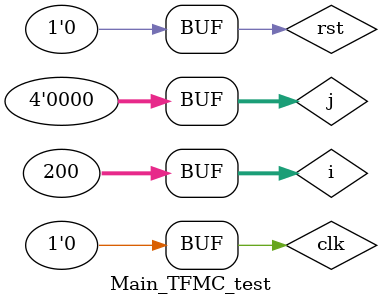
<source format=v>
module Main_TFMC_test;

reg clk, rst;
reg reset_button, sensor_t;
reg [7:0] DATA_inm;
wire state_cmpm;
wire [3:0] return_state;
reg [3:0] state_test, sub_state_test;
reg [3:0] j;
integer i;

Main_TFMC maint(.clkm(clk), .rstm(rst), .reset_button(reset_button), .sensor_t(sensor_t), .DATA_inm(DATA_inm), .state_cmpm(state_cmpm), .return_state(return_state));

initial
	begin
	     clk = 0;
	     rst = 1; 
	#10  clk = 1;
	     rst = 0;	
	     j = 3'b000;
	     state_test = 4'b0000;
	     sub_state_test = 4'b0000;
	end

always begin
for(i=0;i<200;i=i+1) begin
	#10 clk = 1;
	#10 clk = 0;
	end
end

always @(posedge clk) begin
	case(state_test)
	4'b0000 : begin								// for testing state 1 
	  	  case(sub_state_test)
	  	  4'b0000 : begin
			    DATA_inm = 8'b0000_1000;
			    sub_state_test = sub_state_test + 1;
		    	    end
	  	  4'b0001 : begin
			    //reset_button = 1;					// user press the reset button in state 1 
			    DATA_inm = 8'b0000_0000;
			    sub_state_test = sub_state_test + 1;
		    	    end
		  4'b0010 : begin
			    //reset_button = 0;					// clear the reset button signal
			    if(state_cmpm == 1) begin
				    state_test = state_test + 1;
				    sub_state_test = 0;
			  	    end
			    end
	 	  endcase
	 	  end
	4'b0001 : begin								// for testing state 2
		  if(state_cmpm == 1)
		  	  state_test = state_test + 1;
		  end
	4'b0010 : begin								// for testing state 3
		  case(sub_state_test)
		  4'b0000 : begin
			    DATA_inm = 8'b0000_1000;				// insert 10 bath
			    sub_state_test = sub_state_test + 1;
			    end
		  4'b0001 : begin
			    //if(j == 2)
				    //reset_button = 1;				// user press the button in state 3 after they insert coin 2 times	
			    DATA_inm = 8'b0000_0000;
			    sub_state_test = sub_state_test + 1;
			    //j = j + 1;
			    end
		  4'b0010 : begin
			    //reset_button = 0;
			    if(state_cmpm == 1) begin
				    state_test = state_test + 1;
				    sub_state_test = 0;
			  	    end
			    end
		  endcase
		  end
	4'b0011 : begin								// for testing state 4
		  if(state_cmpm == 1)
		  	  state_test = state_test + 1;
		  end
	4'b0100 : begin								// for testing state 5
		  if(state_cmpm == 1)
		  	  state_test = state_test + 1;
		  end
	4'b0101 : begin								// for testing state 6
		  case(sub_state_test)
		  4'b0000 : begin
			    if(state_cmpm == 1) 			
			    	    sub_state_test = sub_state_test + 1;
			    end
		  4'b0001 : begin
			    if(return_state == 4'b0001)
				    state_test = 4'b0001;
			    else begin
				    if(return_state == 4'b0110)
				    	    state_test = 4'b0110;
				    else
					    state_test = 4'b0111;
				    end
			    sub_state_test = 0;
			    end
		  endcase
		  end
	4'b0110 : begin								// for testing state 7
		  if(state_cmpm == 1)
		  	  state_test = state_test + 1;
		  end
	4'b0111 : begin								// for testing state 8
		  if(state_cmpm == 1)
		  	  state_test = state_test + 1;
		  end
	4'b1000 : begin								// for testing state 9
		  case(sub_state_test)
		  4'b0000 : begin		
			    sub_state_test = sub_state_test + 1;
			    end
		  4'b0001 : begin	
			    sub_state_test = sub_state_test + 1;	
			    end
		  4'b0010 : begin	
			    sensor_t = 1;	
			    sub_state_test = sub_state_test + 1;
			    end
		  4'b0011 : begin	
			    sensor_t = 0;	
			    if(state_cmpm == 1) begin
				    state_test = state_test + 1;
				    sub_state_test = 0;
			  	    end
			    end
		  endcase
		  end
	4'b1001 : begin								// for testing state 10
		  if(state_cmpm == 1)
		  	  state_test = 4'b0000;
		  end
	endcase
end
endmodule

</source>
